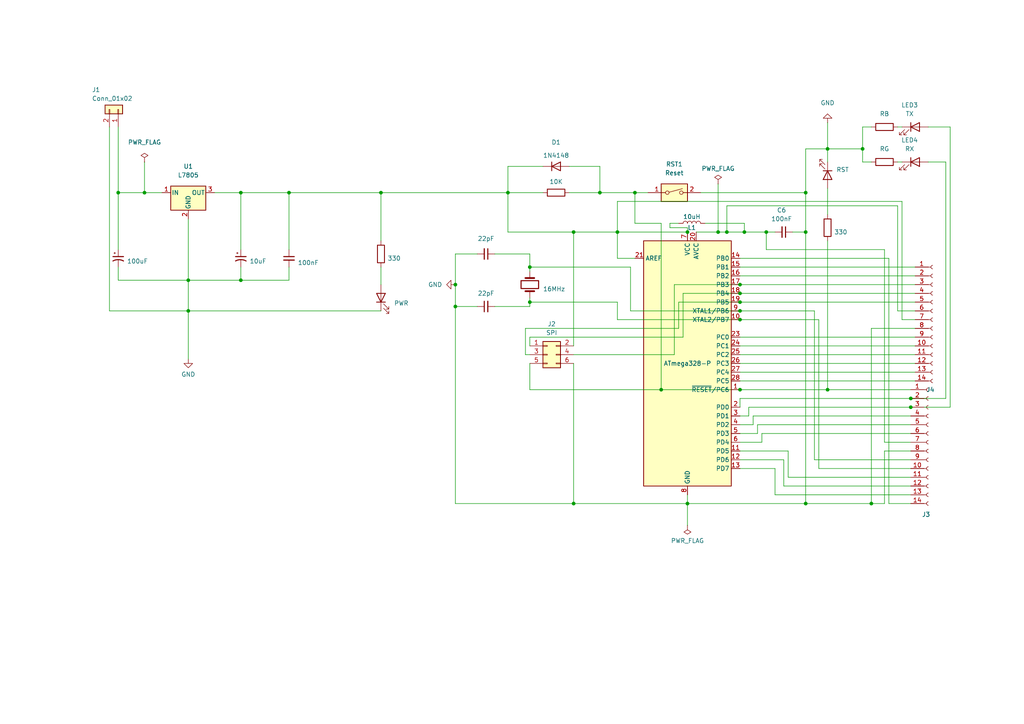
<source format=kicad_sch>
(kicad_sch (version 20231120) (generator "eeschema") (generator_version "8.0")
  (paper "A4")
  (title_block (title "Unicorn") (date "2023-08-03") (rev "B") (comment 1 "Author: Simone Girardi"))
  (lib_symbols
    (symbol "Connector:Conn_01x14_Socket" (pin_names (offset 1.016) hide)
      (property "Reference" "J" (at 0 17.78 0))
      (property "Value" "Conn_01x14_Socket" (at 0 -20.32 0))
      (symbol "Conn_01x14_Socket_1_1"
        (arc (start 0 -17.272) (mid -0.5058 -17.78) (end 0 -18.288) (stroke (width 0.1524)))
        (arc (start 0 -14.732) (mid -0.5058 -15.24) (end 0 -15.748) (stroke (width 0.1524)))
        (arc (start 0 -12.192) (mid -0.5058 -12.7) (end 0 -13.208) (stroke (width 0.1524)))
        (arc (start 0 -9.652) (mid -0.5058 -10.16) (end 0 -10.668) (stroke (width 0.1524)))
        (arc (start 0 -7.112) (mid -0.5058 -7.62) (end 0 -8.128) (stroke (width 0.1524)))
        (arc (start 0 -4.572) (mid -0.5058 -5.08) (end 0 -5.588) (stroke (width 0.1524)))
        (arc (start 0 -2.032) (mid -0.5058 -2.54) (end 0 -3.048) (stroke (width 0.1524)))
        (polyline (pts (xy -1.27 -17.78) (xy -0.508 -17.78)) (stroke (width 0.1524)))
        (polyline (pts (xy -1.27 -15.24) (xy -0.508 -15.24)) (stroke (width 0.1524)))
        (polyline (pts (xy -1.27 -12.7) (xy -0.508 -12.7)) (stroke (width 0.1524)))
        (polyline (pts (xy -1.27 -10.16) (xy -0.508 -10.16)) (stroke (width 0.1524)))
        (polyline (pts (xy -1.27 -7.62) (xy -0.508 -7.62)) (stroke (width 0.1524)))
        (polyline (pts (xy -1.27 -5.08) (xy -0.508 -5.08)) (stroke (width 0.1524)))
        (polyline (pts (xy -1.27 -2.54) (xy -0.508 -2.54)) (stroke (width 0.1524)))
        (polyline (pts (xy -1.27 0) (xy -0.508 0)) (stroke (width 0.1524)))
        (polyline (pts (xy -1.27 2.54) (xy -0.508 2.54)) (stroke (width 0.1524)))
        (polyline (pts (xy -1.27 5.08) (xy -0.508 5.08)) (stroke (width 0.1524)))
        (polyline (pts (xy -1.27 7.62) (xy -0.508 7.62)) (stroke (width 0.1524)))
        (polyline (pts (xy -1.27 10.16) (xy -0.508 10.16)) (stroke (width 0.1524)))
        (polyline (pts (xy -1.27 12.7) (xy -0.508 12.7)) (stroke (width 0.1524)))
        (polyline (pts (xy -1.27 15.24) (xy -0.508 15.24)) (stroke (width 0.1524)))
        (arc (start 0 0.508) (mid -0.5058 0) (end 0 -0.508) (stroke (width 0.1524)))
        (arc (start 0 3.048) (mid -0.5058 2.54) (end 0 2.032) (stroke (width 0.1524)))
        (arc (start 0 5.588) (mid -0.5058 5.08) (end 0 4.572) (stroke (width 0.1524)))
        (arc (start 0 8.128) (mid -0.5058 7.62) (end 0 7.112) (stroke (width 0.1524)))
        (arc (start 0 10.668) (mid -0.5058 10.16) (end 0 9.652) (stroke (width 0.1524)))
        (arc (start 0 13.208) (mid -0.5058 12.7) (end 0 12.192) (stroke (width 0.1524)))
        (arc (start 0 15.748) (mid -0.5058 15.24) (end 0 14.732) (stroke (width 0.1524)))
        (pin passive line (at -5.08 15.24 0) (length 3.81) (name "Pin_1") (number "1"))
        (pin passive line (at -5.08 -7.62 0) (length 3.81) (name "Pin_10") (number "10"))
        (pin passive line (at -5.08 -10.16 0) (length 3.81) (name "Pin_11") (number "11"))
        (pin passive line (at -5.08 -12.7 0) (length 3.81) (name "Pin_12") (number "12"))
        (pin passive line (at -5.08 -15.24 0) (length 3.81) (name "Pin_13") (number "13"))
        (pin passive line (at -5.08 -17.78 0) (length 3.81) (name "Pin_14") (number "14"))
        (pin passive line (at -5.08 12.7 0) (length 3.81) (name "Pin_2") (number "2"))
        (pin passive line (at -5.08 10.16 0) (length 3.81) (name "Pin_3") (number "3"))
        (pin passive line (at -5.08 7.62 0) (length 3.81) (name "Pin_4") (number "4"))
        (pin passive line (at -5.08 5.08 0) (length 3.81) (name "Pin_5") (number "5"))
        (pin passive line (at -5.08 2.54 0) (length 3.81) (name "Pin_6") (number "6"))
        (pin passive line (at -5.08 0 0) (length 3.81) (name "Pin_7") (number "7"))
        (pin passive line (at -5.08 -2.54 0) (length 3.81) (name "Pin_8") (number "8"))
        (pin passive line (at -5.08 -5.08 0) (length 3.81) (name "Pin_9") (number "9"))
      )
    )
    (symbol "Connector_Generic:Conn_01x02" (pin_names (offset 1.016) hide)
      (property "Reference" "J" (at 0 2.54 0))
      (property "Value" "Conn_01x02" (at 0 -5.08 0))
      (symbol "Conn_01x02_1_1"
        (rectangle (start -1.27 -2.413) (end 0 -2.667) (stroke (width 0.1524)))
        (rectangle (start -1.27 0.127) (end 0 -0.127) (stroke (width 0.1524)))
        (rectangle (start -1.27 1.27) (end 1.27 -3.81) (stroke (width 0.254)) (fill (type background)))
        (pin passive line (at -5.08 0 0) (length 3.81) (name "Pin_1") (number "1"))
        (pin passive line (at -5.08 -2.54 0) (length 3.81) (name "Pin_2") (number "2"))
      )
    )
    (symbol "Connector_Generic:Conn_02x03_Odd_Even" (pin_names (offset 1.016) hide)
      (property "Reference" "J" (at 1.27 5.08 0))
      (property "Value" "Conn_02x03_Odd_Even" (at 1.27 -5.08 0))
      (symbol "Conn_02x03_Odd_Even_1_1"
        (rectangle (start -1.27 -2.413) (end 0 -2.667) (stroke (width 0.1524)))
        (rectangle (start -1.27 0.127) (end 0 -0.127) (stroke (width 0.1524)))
        (rectangle (start -1.27 2.667) (end 0 2.413) (stroke (width 0.1524)))
        (rectangle (start -1.27 3.81) (end 3.81 -3.81) (stroke (width 0.254)) (fill (type background)))
        (rectangle (start 3.81 -2.413) (end 2.54 -2.667) (stroke (width 0.1524)))
        (rectangle (start 3.81 0.127) (end 2.54 -0.127) (stroke (width 0.1524)))
        (rectangle (start 3.81 2.667) (end 2.54 2.413) (stroke (width 0.1524)))
        (pin passive line (at -5.08 2.54 0) (length 3.81) (name "Pin_1") (number "1"))
        (pin passive line (at 7.62 2.54 180) (length 3.81) (name "Pin_2") (number "2"))
        (pin passive line (at -5.08 0 0) (length 3.81) (name "Pin_3") (number "3"))
        (pin passive line (at 7.62 0 180) (length 3.81) (name "Pin_4") (number "4"))
        (pin passive line (at -5.08 -2.54 0) (length 3.81) (name "Pin_5") (number "5"))
        (pin passive line (at 7.62 -2.54 180) (length 3.81) (name "Pin_6") (number "6"))
      )
    )
    (symbol "Device:C_Polarized_Small_US" (pin_numbers hide) (pin_names (offset 0.254) hide)
      (property "Reference" "C" (at 0.254 1.778 0))
      (property "Value" "C_Polarized_Small_US" (at 0.254 -2.032 0))
      (symbol "C_Polarized_Small_US_0_1"
        (polyline (pts (xy -1.524 0.508) (xy 1.524 0.508)) (stroke (width 0.3048)))
        (polyline (pts (xy -1.27 1.524) (xy -0.762 1.524)))
        (polyline (pts (xy -1.016 1.27) (xy -1.016 1.778)))
        (arc (start 1.524 -0.762) (mid 0 -0.3734) (end -1.524 -0.762) (stroke (width 0.3048)))
      )
      (symbol "C_Polarized_Small_US_1_1"
        (pin passive line (at 0 2.54 270) (length 2.032) (name "~") (number "1"))
        (pin passive line (at 0 -2.54 90) (length 2.032) (name "~") (number "2"))
      )
    )
    (symbol "Device:C_Small" (pin_numbers hide) (pin_names (offset 0.254) hide)
      (property "Reference" "C" (at 0.254 1.778 0))
      (property "Value" "C_Small" (at 0.254 -2.032 0))
      (symbol "C_Small_0_1"
        (polyline (pts (xy -1.524 -0.508) (xy 1.524 -0.508)) (stroke (width 0.3302)))
        (polyline (pts (xy -1.524 0.508) (xy 1.524 0.508)) (stroke (width 0.3048)))
      )
      (symbol "C_Small_1_1"
        (pin passive line (at 0 2.54 270) (length 2.032) (name "~") (number "1"))
        (pin passive line (at 0 -2.54 90) (length 2.032) (name "~") (number "2"))
      )
    )
    (symbol "Device:Crystal" (pin_numbers hide) (pin_names (offset 1.016) hide)
      (property "Reference" "Y" (at 0 3.81 0))
      (property "Value" "Crystal" (at 0 -3.81 0))
      (symbol "Crystal_0_1"
        (rectangle (start -1.143 2.54) (end 1.143 -2.54) (stroke (width 0.3048)))
        (polyline (pts (xy -2.54 0) (xy -1.905 0)))
        (polyline (pts (xy -1.905 -1.27) (xy -1.905 1.27)) (stroke (width 0.508)))
        (polyline (pts (xy 1.905 -1.27) (xy 1.905 1.27)) (stroke (width 0.508)))
        (polyline (pts (xy 2.54 0) (xy 1.905 0)))
      )
      (symbol "Crystal_1_1"
        (pin passive line (at -3.81 0 0) (length 1.27) (name "1") (number "1"))
        (pin passive line (at 3.81 0 180) (length 1.27) (name "2") (number "2"))
      )
    )
    (symbol "Device:L" (pin_numbers hide) (pin_names (offset 1.016) hide)
      (property "Reference" "L" (at -1.27 0 90))
      (property "Value" "L" (at 1.905 0 90))
      (symbol "L_0_1"
        (arc (start 0 -2.54) (mid 0.6323 -1.905) (end 0 -1.27))
        (arc (start 0 -1.27) (mid 0.6323 -0.635) (end 0 0))
        (arc (start 0 0) (mid 0.6323 0.635) (end 0 1.27))
        (arc (start 0 1.27) (mid 0.6323 1.905) (end 0 2.54))
      )
      (symbol "L_1_1"
        (pin passive line (at 0 3.81 270) (length 1.27) (name "1") (number "1"))
        (pin passive line (at 0 -3.81 90) (length 1.27) (name "2") (number "2"))
      )
    )
    (symbol "Device:LED" (pin_numbers hide) (pin_names (offset 1.016) hide)
      (property "Reference" "D" (at 0 2.54 0))
      (property "Value" "LED" (at 0 -2.54 0))
      (symbol "LED_0_1"
        (polyline (pts (xy -1.27 -1.27) (xy -1.27 1.27)) (stroke (width 0.254)))
        (polyline (pts (xy -1.27 0) (xy 1.27 0)))
        (polyline (pts (xy 1.27 -1.27) (xy 1.27 1.27) (xy -1.27 0) (xy 1.27 -1.27)) (stroke (width 0.254)))
        (polyline (pts (xy -3.048 -0.762) (xy -4.572 -2.286) (xy -3.81 -2.286) (xy -4.572 -2.286) (xy -4.572 -1.524)))
        (polyline (pts (xy -1.778 -0.762) (xy -3.302 -2.286) (xy -2.54 -2.286) (xy -3.302 -2.286) (xy -3.302 -1.524)))
      )
      (symbol "LED_1_1"
        (pin passive line (at -3.81 0 0) (length 2.54) (name "K") (number "1"))
        (pin passive line (at 3.81 0 180) (length 2.54) (name "A") (number "2"))
      )
    )
    (symbol "Device:R" (pin_numbers hide) (pin_names (offset 0))
      (property "Reference" "R" (at 2.032 0 90))
      (property "Value" "R" (at 0 0 90))
      (symbol "R_0_1"
        (rectangle (start -1.016 -2.54) (end 1.016 2.54) (stroke (width 0.254)))
      )
      (symbol "R_1_1"
        (pin passive line (at 0 3.81 270) (length 1.27) (name "~") (number "1"))
        (pin passive line (at 0 -3.81 90) (length 1.27) (name "~") (number "2"))
      )
    )
    (symbol "Diode:1N4148" (pin_numbers hide) (pin_names hide)
      (property "Reference" "D" (at 0 2.54 0))
      (property "Value" "1N4148" (at 0 -2.54 0))
      (symbol "1N4148_0_1"
        (polyline (pts (xy -1.27 1.27) (xy -1.27 -1.27)) (stroke (width 0.254)))
        (polyline (pts (xy 1.27 0) (xy -1.27 0)))
        (polyline (pts (xy 1.27 1.27) (xy 1.27 -1.27) (xy -1.27 0) (xy 1.27 1.27)) (stroke (width 0.254)))
      )
      (symbol "1N4148_1_1"
        (pin passive line (at -3.81 0 0) (length 2.54) (name "K") (number "1"))
        (pin passive line (at 3.81 0 180) (length 2.54) (name "A") (number "2"))
      )
    )
    (symbol "MCU_Microchip_ATmega:ATmega328-P"
      (property "Reference" "U" (at -12.7 36.83 0))
      (property "Value" "ATmega328-P" (at 2.54 -36.83 0))
      (symbol "ATmega328-P_0_1"
        (rectangle (start -12.7 -35.56) (end 12.7 35.56) (stroke (width 0.254)) (fill (type background)))
      )
      (symbol "ATmega328-P_1_1"
        (pin bidirectional line (at 15.24 -7.62 180) (length 2.54) (name "~{RESET}/PC6") (number "1"))
        (pin bidirectional line (at 15.24 12.7 180) (length 2.54) (name "XTAL2/PB7") (number "10"))
        (pin bidirectional line (at 15.24 -25.4 180) (length 2.54) (name "PD5") (number "11"))
        (pin bidirectional line (at 15.24 -27.94 180) (length 2.54) (name "PD6") (number "12"))
        (pin bidirectional line (at 15.24 -30.48 180) (length 2.54) (name "PD7") (number "13"))
        (pin bidirectional line (at 15.24 30.48 180) (length 2.54) (name "PB0") (number "14"))
        (pin bidirectional line (at 15.24 27.94 180) (length 2.54) (name "PB1") (number "15"))
        (pin bidirectional line (at 15.24 25.4 180) (length 2.54) (name "PB2") (number "16"))
        (pin bidirectional line (at 15.24 22.86 180) (length 2.54) (name "PB3") (number "17"))
        (pin bidirectional line (at 15.24 20.32 180) (length 2.54) (name "PB4") (number "18"))
        (pin bidirectional line (at 15.24 17.78 180) (length 2.54) (name "PB5") (number "19"))
        (pin bidirectional line (at 15.24 -12.7 180) (length 2.54) (name "PD0") (number "2"))
        (pin power_in line (at 2.54 38.1 270) (length 2.54) (name "AVCC") (number "20"))
        (pin passive line (at -15.24 30.48 0) (length 2.54) (name "AREF") (number "21"))
        (pin passive line (at 0 -38.1 90) (length 2.54) hide (name "GND") (number "22"))
        (pin bidirectional line (at 15.24 7.62 180) (length 2.54) (name "PC0") (number "23"))
        (pin bidirectional line (at 15.24 5.08 180) (length 2.54) (name "PC1") (number "24"))
        (pin bidirectional line (at 15.24 2.54 180) (length 2.54) (name "PC2") (number "25"))
        (pin bidirectional line (at 15.24 0 180) (length 2.54) (name "PC3") (number "26"))
        (pin bidirectional line (at 15.24 -2.54 180) (length 2.54) (name "PC4") (number "27"))
        (pin bidirectional line (at 15.24 -5.08 180) (length 2.54) (name "PC5") (number "28"))
        (pin bidirectional line (at 15.24 -15.24 180) (length 2.54) (name "PD1") (number "3"))
        (pin bidirectional line (at 15.24 -17.78 180) (length 2.54) (name "PD2") (number "4"))
        (pin bidirectional line (at 15.24 -20.32 180) (length 2.54) (name "PD3") (number "5"))
        (pin bidirectional line (at 15.24 -22.86 180) (length 2.54) (name "PD4") (number "6"))
        (pin power_in line (at 0 38.1 270) (length 2.54) (name "VCC") (number "7"))
        (pin power_in line (at 0 -38.1 90) (length 2.54) (name "GND") (number "8"))
        (pin bidirectional line (at 15.24 15.24 180) (length 2.54) (name "XTAL1/PB6") (number "9"))
      )
    )
    (symbol "Regulator_Linear:L7805" (pin_names (offset 0.254))
      (property "Reference" "U" (at -3.81 3.175 0))
      (property "Value" "L7805" (at 0 3.175 0))
      (symbol "L7805_0_1"
        (rectangle (start -5.08 1.905) (end 5.08 -5.08) (stroke (width 0.254)) (fill (type background)))
      )
      (symbol "L7805_1_1"
        (pin power_in line (at -7.62 0 0) (length 2.54) (name "IN") (number "1"))
        (pin power_in line (at 0 -7.62 90) (length 2.54) (name "GND") (number "2"))
        (pin power_out line (at 7.62 0 180) (length 2.54) (name "OUT") (number "3"))
      )
    )
    (symbol "Switch:SW_DIP_x01" (pin_names (offset 0) hide)
      (property "Reference" "SW" (at 0 3.81 0))
      (property "Value" "SW_DIP_x01" (at 0 -3.81 0))
      (symbol "SW_DIP_x01_0_0"
        (circle (center -2.032 0) (radius 0.508))
        (polyline (pts (xy -1.524 0.127) (xy 2.3622 1.1684)))
        (circle (center 2.032 0) (radius 0.508))
      )
      (symbol "SW_DIP_x01_0_1"
        (rectangle (start -3.81 2.54) (end 3.81 -2.54) (stroke (width 0.254)) (fill (type background)))
      )
      (symbol "SW_DIP_x01_1_1"
        (pin passive line (at -7.62 0 0) (length 5.08) (name "~") (number "1"))
        (pin passive line (at 7.62 0 180) (length 5.08) (name "~") (number "2"))
      )
    )
    (symbol "power:GND" (power) (pin_numbers hide) (pin_names (offset 0) hide)
      (property "Value" "GND" (at 0 -3.81 0))
      (symbol "GND_0_1"
        (polyline (pts (xy 0 0) (xy 0 -1.27) (xy 1.27 -1.27) (xy 0 -2.54) (xy -1.27 -1.27) (xy 0 -1.27)))
      )
      (symbol "GND_1_1"
        (pin power_in line (at 0 0 270) (length 0) (name "~") (number "1"))
      )
    )
    (symbol "power:PWR_FLAG" (power) (pin_numbers hide) (pin_names (offset 0) hide)
      (property "Value" "PWR_FLAG" (at 0 3.81 0))
      (symbol "PWR_FLAG_0_0"
        (pin power_out line (at 0 0 90) (length 0) (name "~") (number "1"))
      )
      (symbol "PWR_FLAG_0_1"
        (polyline (pts (xy 0 0) (xy 0 1.27) (xy -1.016 1.905) (xy 0 2.54) (xy 1.016 1.905) (xy 0 1.27)))
      )
    )
  )
  (junction (at 179.07 67.31))
  (junction (at 264.16 118.11))
  (junction (at 222.25 67.31))
  (junction (at 250.19 43.18))
  (junction (at 233.68 146.05))
  (junction (at 69.85 55.88))
  (junction (at 153.67 77.47))
  (junction (at 214.63 90.17))
  (junction (at 264.16 115.57))
  (junction (at 83.82 55.88))
  (junction (at 132.08 82.55))
  (junction (at 214.63 82.55))
  (junction (at 54.61 90.17))
  (junction (at 69.85 81.28))
  (junction (at 240.03 43.18))
  (junction (at 240.03 113.03))
  (junction (at 199.39 146.05))
  (junction (at 215.9 67.31))
  (junction (at 110.49 55.88))
  (junction (at 147.32 55.88))
  (junction (at 233.68 55.88))
  (junction (at 166.37 146.05))
  (junction (at 214.63 85.09))
  (junction (at 252.73 146.05))
  (junction (at 54.61 81.28))
  (junction (at 153.67 87.63))
  (junction (at 132.08 88.9))
  (junction (at 214.63 92.71))
  (junction (at 214.63 113.03))
  (junction (at 184.15 55.88))
  (junction (at 199.39 67.31))
  (junction (at 166.37 67.31))
  (junction (at 208.28 67.31))
  (junction (at 173.99 55.88))
  (junction (at 233.68 67.31))
  (junction (at 41.91 55.88))
  (junction (at 214.63 87.63))
  (junction (at 34.29 55.88))
  (junction (at 210.82 67.31))
  (junction (at 191.77 113.03))
  (wire (pts (xy 195.58 102.87) (xy 195.58 82.55)))
  (wire (pts (xy 228.6 138.43) (xy 228.6 130.81)))
  (wire (pts (xy 153.67 86.36) (xy 153.67 87.63)))
  (wire (pts (xy 54.61 81.28) (xy 54.61 63.5)))
  (wire (pts (xy 237.49 135.89) (xy 237.49 92.71)))
  (wire (pts (xy 69.85 81.28) (xy 54.61 81.28)))
  (wire (pts (xy 264.16 140.97) (xy 227.33 140.97)))
  (wire (pts (xy 214.63 110.49) (xy 265.43 110.49)))
  (wire (pts (xy 182.88 77.47) (xy 182.88 90.17)))
  (wire (pts (xy 214.63 87.63) (xy 265.43 87.63)))
  (wire (pts (xy 208.28 67.31) (xy 210.82 67.31)))
  (wire (pts (xy 153.67 88.9) (xy 143.51 88.9)))
  (wire (pts (xy 204.47 64.77) (xy 215.9 64.77)))
  (wire (pts (xy 184.15 55.88) (xy 187.96 55.88)))
  (wire (pts (xy 165.1 55.88) (xy 173.99 55.88)))
  (wire (pts (xy 166.37 102.87) (xy 195.58 102.87)))
  (wire (pts (xy 240.03 43.18) (xy 240.03 46.99)))
  (wire (pts (xy 264.16 143.51) (xy 224.79 143.51)))
  (wire (pts (xy 153.67 100.33) (xy 153.67 97.79)))
  (wire (pts (xy 196.85 87.63) (xy 214.63 87.63)))
  (wire (pts (xy 260.35 46.99) (xy 261.62 46.99)))
  (wire (pts (xy 214.63 105.41) (xy 265.43 105.41)))
  (wire (pts (xy 220.98 125.73) (xy 264.16 125.73)))
  (wire (pts (xy 34.29 55.88) (xy 41.91 55.88)))
  (wire (pts (xy 260.35 59.69) (xy 210.82 59.69)))
  (wire (pts (xy 215.9 67.31) (xy 222.25 67.31)))
  (wire (pts (xy 228.6 130.81) (xy 214.63 130.81)))
  (wire (pts (xy 166.37 146.05) (xy 132.08 146.05)))
  (wire (pts (xy 194.31 64.77) (xy 196.85 64.77)))
  (wire (pts (xy 83.82 81.28) (xy 69.85 81.28)))
  (wire (pts (xy 214.63 102.87) (xy 265.43 102.87)))
  (wire (pts (xy 252.73 95.25) (xy 252.73 146.05)))
  (wire (pts (xy 217.17 120.65) (xy 217.17 118.11)))
  (wire (pts (xy 199.39 146.05) (xy 199.39 152.4)))
  (wire (pts (xy 199.39 66.04) (xy 199.39 67.31)))
  (wire (pts (xy 31.75 90.17) (xy 54.61 90.17)))
  (wire (pts (xy 264.16 133.35) (xy 236.22 133.35)))
  (wire (pts (xy 83.82 55.88) (xy 83.82 72.39)))
  (wire (pts (xy 165.1 48.26) (xy 173.99 48.26)))
  (wire (pts (xy 220.98 128.27) (xy 214.63 128.27)))
  (wire (pts (xy 274.32 46.99) (xy 269.24 46.99)))
  (wire (pts (xy 153.67 87.63) (xy 153.67 88.9)))
  (wire (pts (xy 224.79 143.51) (xy 224.79 135.89)))
  (wire (pts (xy 184.15 64.77) (xy 191.77 64.77)))
  (wire (pts (xy 240.03 69.85) (xy 240.03 113.03)))
  (wire (pts (xy 147.32 48.26) (xy 147.32 55.88)))
  (wire (pts (xy 214.63 123.19) (xy 218.44 123.19)))
  (wire (pts (xy 233.68 43.18) (xy 233.68 55.88)))
  (wire (pts (xy 219.71 125.73) (xy 214.63 125.73)))
  (wire (pts (xy 191.77 64.77) (xy 191.77 113.03)))
  (wire (pts (xy 54.61 90.17) (xy 54.61 104.14)))
  (wire (pts (xy 194.31 64.77) (xy 194.31 66.04)))
  (wire (pts (xy 264.16 138.43) (xy 228.6 138.43)))
  (wire (pts (xy 252.73 146.05) (xy 233.68 146.05)))
  (wire (pts (xy 240.03 35.56) (xy 240.03 43.18)))
  (wire (pts (xy 62.23 55.88) (xy 69.85 55.88)))
  (wire (pts (xy 143.51 73.66) (xy 153.67 73.66)))
  (wire (pts (xy 214.63 115.57) (xy 264.16 115.57)))
  (wire (pts (xy 153.67 97.79) (xy 198.12 97.79)))
  (wire (pts (xy 173.99 48.26) (xy 173.99 55.88)))
  (wire (pts (xy 196.85 95.25) (xy 196.85 87.63)))
  (wire (pts (xy 199.39 146.05) (xy 199.39 143.51)))
  (wire (pts (xy 132.08 88.9) (xy 132.08 82.55)))
  (wire (pts (xy 227.33 133.35) (xy 214.63 133.35)))
  (wire (pts (xy 54.61 90.17) (xy 110.49 90.17)))
  (wire (pts (xy 261.62 92.71) (xy 261.62 58.42)))
  (wire (pts (xy 214.63 118.11) (xy 214.63 115.57)))
  (wire (pts (xy 222.25 67.31) (xy 222.25 72.39)))
  (wire (pts (xy 157.48 48.26) (xy 147.32 48.26)))
  (wire (pts (xy 147.32 55.88) (xy 147.32 67.31)))
  (wire (pts (xy 31.75 36.83) (xy 31.75 90.17)))
  (wire (pts (xy 250.19 46.99) (xy 250.19 43.18)))
  (wire (pts (xy 217.17 118.11) (xy 264.16 118.11)))
  (wire (pts (xy 214.63 77.47) (xy 265.43 77.47)))
  (wire (pts (xy 69.85 55.88) (xy 83.82 55.88)))
  (wire (pts (xy 250.19 36.83) (xy 250.19 43.18)))
  (wire (pts (xy 153.67 73.66) (xy 153.67 77.47)))
  (wire (pts (xy 34.29 36.83) (xy 34.29 55.88)))
  (wire (pts (xy 110.49 77.47) (xy 110.49 82.55)))
  (wire (pts (xy 222.25 67.31) (xy 224.79 67.31)))
  (wire (pts (xy 214.63 85.09) (xy 265.43 85.09)))
  (wire (pts (xy 184.15 64.77) (xy 184.15 55.88)))
  (wire (pts (xy 214.63 82.55) (xy 265.43 82.55)))
  (wire (pts (xy 274.32 115.57) (xy 274.32 46.99)))
  (wire (pts (xy 257.81 146.05) (xy 257.81 74.93)))
  (wire (pts (xy 179.07 92.71) (xy 214.63 92.71)))
  (wire (pts (xy 214.63 107.95) (xy 265.43 107.95)))
  (wire (pts (xy 34.29 72.39) (xy 34.29 55.88)))
  (wire (pts (xy 240.03 54.61) (xy 240.03 62.23)))
  (wire (pts (xy 153.67 105.41) (xy 153.67 113.03)))
  (wire (pts (xy 218.44 123.19) (xy 218.44 120.65)))
  (wire (pts (xy 214.63 120.65) (xy 217.17 120.65)))
  (wire (pts (xy 195.58 82.55) (xy 214.63 82.55)))
  (wire (pts (xy 34.29 81.28) (xy 54.61 81.28)))
  (wire (pts (xy 229.87 67.31) (xy 233.68 67.31)))
  (wire (pts (xy 214.63 100.33) (xy 265.43 100.33)))
  (wire (pts (xy 153.67 87.63) (xy 179.07 87.63)))
  (wire (pts (xy 260.35 59.69) (xy 260.35 90.17)))
  (wire (pts (xy 275.59 36.83) (xy 269.24 36.83)))
  (wire (pts (xy 199.39 146.05) (xy 166.37 146.05)))
  (wire (pts (xy 34.29 77.47) (xy 34.29 81.28)))
  (wire (pts (xy 218.44 120.65) (xy 264.16 120.65)))
  (wire (pts (xy 265.43 90.17) (xy 260.35 90.17)))
  (wire (pts (xy 264.16 123.19) (xy 219.71 123.19)))
  (wire (pts (xy 237.49 92.71) (xy 214.63 92.71)))
  (wire (pts (xy 173.99 55.88) (xy 184.15 55.88)))
  (wire (pts (xy 147.32 55.88) (xy 157.48 55.88)))
  (wire (pts (xy 256.54 130.81) (xy 256.54 146.05)))
  (wire (pts (xy 214.63 74.93) (xy 257.81 74.93)))
  (wire (pts (xy 132.08 73.66) (xy 138.43 73.66)))
  (wire (pts (xy 132.08 146.05) (xy 132.08 88.9)))
  (wire (pts (xy 240.03 113.03) (xy 264.16 113.03)))
  (wire (pts (xy 264.16 146.05) (xy 257.81 146.05)))
  (wire (pts (xy 208.28 53.34) (xy 208.28 67.31)))
  (wire (pts (xy 179.07 67.31) (xy 199.39 67.31)))
  (wire (pts (xy 256.54 72.39) (xy 222.25 72.39)))
  (wire (pts (xy 233.68 146.05) (xy 199.39 146.05)))
  (wire (pts (xy 179.07 67.31) (xy 179.07 74.93)))
  (wire (pts (xy 191.77 113.03) (xy 214.63 113.03)))
  (wire (pts (xy 233.68 67.31) (xy 233.68 146.05)))
  (wire (pts (xy 220.98 125.73) (xy 220.98 128.27)))
  (wire (pts (xy 250.19 36.83) (xy 252.73 36.83)))
  (wire (pts (xy 166.37 105.41) (xy 166.37 146.05)))
  (wire (pts (xy 264.16 118.11) (xy 275.59 118.11)))
  (wire (pts (xy 152.4 95.25) (xy 196.85 95.25)))
  (wire (pts (xy 54.61 81.28) (xy 54.61 90.17)))
  (wire (pts (xy 233.68 43.18) (xy 240.03 43.18)))
  (wire (pts (xy 256.54 146.05) (xy 252.73 146.05)))
  (wire (pts (xy 166.37 67.31) (xy 179.07 67.31)))
  (wire (pts (xy 203.2 55.88) (xy 233.68 55.88)))
  (wire (pts (xy 256.54 128.27) (xy 256.54 72.39)))
  (wire (pts (xy 201.93 67.31) (xy 208.28 67.31)))
  (wire (pts (xy 132.08 82.55) (xy 132.08 73.66)))
  (wire (pts (xy 41.91 55.88) (xy 46.99 55.88)))
  (wire (pts (xy 214.63 80.01) (xy 265.43 80.01)))
  (wire (pts (xy 69.85 55.88) (xy 69.85 72.39)))
  (wire (pts (xy 227.33 140.97) (xy 227.33 133.35)))
  (wire (pts (xy 179.07 74.93) (xy 184.15 74.93)))
  (wire (pts (xy 265.43 95.25) (xy 252.73 95.25)))
  (wire (pts (xy 261.62 58.42) (xy 179.07 58.42)))
  (wire (pts (xy 210.82 59.69) (xy 210.82 67.31)))
  (wire (pts (xy 214.63 97.79) (xy 265.43 97.79)))
  (wire (pts (xy 233.68 55.88) (xy 233.68 67.31)))
  (wire (pts (xy 264.16 128.27) (xy 256.54 128.27)))
  (wire (pts (xy 166.37 67.31) (xy 166.37 100.33)))
  (wire (pts (xy 265.43 92.71) (xy 261.62 92.71)))
  (wire (pts (xy 210.82 67.31) (xy 215.9 67.31)))
  (wire (pts (xy 83.82 77.47) (xy 83.82 81.28)))
  (wire (pts (xy 214.63 90.17) (xy 236.22 90.17)))
  (wire (pts (xy 219.71 123.19) (xy 219.71 125.73)))
  (wire (pts (xy 250.19 43.18) (xy 240.03 43.18)))
  (wire (pts (xy 152.4 102.87) (xy 152.4 95.25)))
  (wire (pts (xy 215.9 64.77) (xy 215.9 67.31)))
  (wire (pts (xy 41.91 46.99) (xy 41.91 55.88)))
  (wire (pts (xy 264.16 135.89) (xy 237.49 135.89)))
  (wire (pts (xy 194.31 66.04) (xy 199.39 66.04)))
  (wire (pts (xy 147.32 67.31) (xy 166.37 67.31)))
  (wire (pts (xy 138.43 88.9) (xy 132.08 88.9)))
  (wire (pts (xy 264.16 115.57) (xy 274.32 115.57)))
  (wire (pts (xy 153.67 113.03) (xy 191.77 113.03)))
  (wire (pts (xy 264.16 130.81) (xy 256.54 130.81)))
  (wire (pts (xy 179.07 87.63) (xy 179.07 92.71)))
  (wire (pts (xy 182.88 90.17) (xy 214.63 90.17)))
  (wire (pts (xy 110.49 55.88) (xy 110.49 69.85)))
  (wire (pts (xy 224.79 135.89) (xy 214.63 135.89)))
  (wire (pts (xy 214.63 113.03) (xy 240.03 113.03)))
  (wire (pts (xy 110.49 55.88) (xy 147.32 55.88)))
  (wire (pts (xy 250.19 46.99) (xy 252.73 46.99)))
  (wire (pts (xy 69.85 77.47) (xy 69.85 81.28)))
  (wire (pts (xy 179.07 58.42) (xy 179.07 67.31)))
  (wire (pts (xy 153.67 77.47) (xy 153.67 78.74)))
  (wire (pts (xy 153.67 77.47) (xy 182.88 77.47)))
  (wire (pts (xy 236.22 133.35) (xy 236.22 90.17)))
  (wire (pts (xy 198.12 85.09) (xy 214.63 85.09)))
  (wire (pts (xy 153.67 102.87) (xy 152.4 102.87)))
  (wire (pts (xy 275.59 118.11) (xy 275.59 36.83)))
  (wire (pts (xy 83.82 55.88) (xy 110.49 55.88)))
  (wire (pts (xy 198.12 97.79) (xy 198.12 85.09)))
  (wire (pts (xy 260.35 36.83) (xy 261.62 36.83)))
  (symbol (lib_id "Device:C_Polarized_Small_US") (at 69.85 74.93 0) (unit 1)
    (property "Reference" "C2" (effects (hide yes)))
    (property "Value" "10uF" (at 72.39 75.7681 0) (effects (justify left)))
    (property "Footprint" "Capacitor_THT:CP_Radial_D5.0mm_P2.00mm" (effects (hide yes)))
    (property "Description" "Polarized capacitor, small US symbol" (effects (hide yes)))
  )
  (symbol (lib_id "power:GND") (at 132.08 82.55 270) (unit 1)
    (property "Reference" "#PWR02" (effects (hide yes)))
    (property "Value" "GND" (at 128.27 82.5499 90) (effects (justify right)))
    (property "Description" "Power symbol creates a global label with name \"GND\" , ground" (effects (hide yes)))
  )
  (symbol (lib_id "Device:R") (at 240.03 66.04 0) (unit 1)
    (property "Reference" "R3" (effects (hide yes)))
    (property "Value" "330" (at 241.935 67.3099 0) (effects (justify left)))
    (property "Footprint" "Resistor_THT:R_Axial_DIN0204_L3.6mm_D1.6mm_P5.08mm_Horizontal" (effects (hide yes)))
    (property "Description" "Resistor" (effects (hide yes)))
  )
  (symbol (lib_id "Device:R") (at 161.29 55.88 90) (unit 1)
    (property "Reference" "R2" (effects (hide yes)))
    (property "Value" "10K" (at 161.29 52.705 90))
    (property "Footprint" "Resistor_THT:R_Axial_DIN0207_L6.3mm_D2.5mm_P10.16mm_Horizontal" (effects (hide yes)))
    (property "Description" "Resistor" (effects (hide yes)))
  )
  (symbol (lib_id "Device:C_Small") (at 140.97 88.9 90) (unit 1)
    (property "Reference" "C5" (effects (hide yes)))
    (property "Value" "22pF" (at 140.9763 85.09 90))
    (property "Footprint" "Capacitor_THT:C_Disc_D3.8mm_W2.6mm_P2.50mm" (effects (hide yes)))
    (property "Description" "Unpolarized capacitor, small symbol" (effects (hide yes)))
  )
  (symbol (lib_id "MCU_Microchip_ATmega:ATmega328-P") (at 199.39 105.41 0) (unit 1)
    (property "Reference" "U2" (effects (hide yes)))
    (property "Value" "ATmega328-P" (at 199.39 105.41 0))
    (property "Footprint" "Package_DIP:DIP-28_W7.62mm" (effects (hide yes)))
    (property "Datasheet" "http://ww1.microchip.com/downloads/en/DeviceDoc/ATmega328_P%20AVR%20MCU%20with%20picoPower%20Technology%20Data%20Sheet%2040001984A.pdf" (effects (hide yes)))
    (property "Description" "20MHz, 32kB Flash, 2kB SRAM, 1kB EEPROM, DIP-28" (effects (hide yes)))
  )
  (symbol (lib_id "Device:C_Polarized_Small_US") (at 34.29 74.93 0) (unit 1)
    (property "Reference" "C1" (effects (hide yes)))
    (property "Value" "100uF" (at 36.83 75.7681 0) (effects (justify left)))
    (property "Footprint" "Capacitor_THT:CP_Radial_D5.0mm_P2.00mm" (effects (hide yes)))
    (property "Description" "Polarized capacitor, small US symbol" (effects (hide yes)))
  )
  (symbol (lib_id "power:GND") (at 240.03 35.56 180) (unit 1)
    (property "Reference" "#PWR03" (effects (hide yes)))
    (property "Value" "GND" (at 240.03 29.845 0))
    (property "Description" "Power symbol creates a global label with name \"GND\" , ground" (effects (hide yes)))
  )
  (symbol (lib_id "power:PWR_FLAG") (at 208.28 53.34 0) (unit 1)
    (property "Reference" "#FLG03" (effects (hide yes)))
    (property "Value" "PWR_FLAG" (at 208.28 48.895 0))
    (property "Description" "Special symbol for telling ERC where power comes from" (effects (hide yes)))
  )
  (symbol (lib_id "Connector_Generic:Conn_02x03_Odd_Even") (at 158.75 102.87 0) (unit 1)
    (property "Reference" "J2" (at 160.02 93.98 0))
    (property "Value" "SPI" (at 160.02 96.52 0))
    (property "Footprint" "Connector_PinHeader_2.54mm:PinHeader_2x03_P2.54mm_Vertical" (effects (hide yes)))
    (property "Description" "Generic connector, double row, 02x03, odd/even pin numbering scheme (row 1 odd numbers, row 2 even numbers), script generated (kicad-library-utils/schlib/autogen/connector/)" (effects (hide yes)))
  )
  (symbol (lib_id "Device:LED") (at 265.43 46.99 0) (unit 1)
    (property "Reference" "LED4" (at 263.8425 40.64 0))
    (property "Value" "RX" (at 263.8425 43.18 0))
    (property "Footprint" "LED_SMD:LED_0402_1005Metric" (effects (hide yes)))
    (property "Description" "Light emitting diode" (effects (hide yes)))
  )
  (symbol (lib_id "Device:Crystal") (at 153.67 82.55 270) (unit 1)
    (property "Reference" "Crystal1" (effects (hide yes)))
    (property "Value" "16MHz" (at 157.48 83.8199 90) (effects (justify left)))
    (property "Footprint" "Crystal:Crystal_HC49-4H_Vertical" (effects (hide yes)))
    (property "Description" "Two pin crystal" (effects (hide yes)))
  )
  (symbol (lib_id "Device:R") (at 256.54 36.83 270) (unit 1)
    (property "Reference" "R4" (effects (hide yes)))
    (property "Value" "RB" (at 256.54 33.02 90))
    (property "Footprint" "Resistor_SMD:R_0402_1005Metric" (effects (hide yes)))
    (property "Description" "Resistor" (effects (hide yes)))
  )
  (symbol (lib_id "Device:LED") (at 240.03 50.8 270) (unit 1)
    (property "Reference" "LED2" (effects (hide yes)))
    (property "Value" "RST" (at 242.57 49.2125 90) (effects (justify left)))
    (property "Footprint" "LED_THT:LED_D3.0mm" (effects (hide yes)))
    (property "Description" "Light emitting diode" (effects (hide yes)))
  )
  (symbol (lib_id "Regulator_Linear:L7805") (at 54.61 55.88 0) (unit 1)
    (property "Reference" "U1" (at 54.61 48.26 0))
    (property "Value" "L7805" (at 54.61 50.8 0))
    (property "Footprint" "L7805:TO255P1020X450X2000-3" (effects (hide yes)))
    (property "Datasheet" "http://www.st.com/content/ccc/resource/technical/document/datasheet/41/4f/b3/b0/12/d4/47/88/CD00000444.pdf/files/CD00000444.pdf/jcr:content/translations/en.CD00000444.pdf" (effects (hide yes)))
    (property "Description" "Positive 1.5A 35V Linear Regulator, Fixed Output 5V, TO-220/TO-263/TO-252" (effects (hide yes)))
  )
  (symbol (lib_id "Device:R") (at 256.54 46.99 270) (unit 1)
    (property "Reference" "R5" (effects (hide yes)))
    (property "Value" "RG" (at 256.54 43.18 90))
    (property "Footprint" "Resistor_SMD:R_0402_1005Metric" (effects (hide yes)))
    (property "Description" "Resistor" (effects (hide yes)))
  )
  (symbol (lib_id "Device:R") (at 110.49 73.66 0) (unit 1)
    (property "Reference" "R1" (effects (hide yes)))
    (property "Value" "330" (at 112.395 74.9299 0) (effects (justify left)))
    (property "Footprint" "Resistor_THT:R_Axial_DIN0204_L3.6mm_D1.6mm_P5.08mm_Horizontal" (effects (hide yes)))
    (property "Description" "Resistor" (effects (hide yes)))
  )
  (symbol (lib_id "Connector:Conn_01x14_Socket") (at 269.24 128.27 0) (unit 1)
    (property "Reference" "J3" (at 268.605 149.225 0))
    (property "Value" "Conn_01x14_Female" (effects (hide yes)))
    (property "Footprint" "Connector_PinSocket_2.54mm:PinSocket_1x14_P2.54mm_Vertical" (effects (hide yes)))
    (property "Description" "Generic connector, single row, 01x14, script generated" (effects (hide yes)))
  )
  (symbol (lib_id "power:GND") (at 54.61 104.14 0) (unit 1)
    (property "Reference" "#PWR01" (effects (hide yes)))
    (property "Value" "GND" (at 54.61 108.585 0))
    (property "Description" "Power symbol creates a global label with name \"GND\" , ground" (effects (hide yes)))
  )
  (symbol (lib_id "Diode:1N4148") (at 161.29 48.26 0) (unit 1)
    (property "Reference" "D1" (at 161.29 41.275 0))
    (property "Value" "1N4148" (at 161.29 45.085 0))
    (property "Footprint" "Diode_THT:D_DO-35_SOD27_P7.62mm_Horizontal" (effects (hide yes)))
    (property "Datasheet" "https://assets.nexperia.com/documents/data-sheet/1N4148_1N4448.pdf" (effects (hide yes)))
    (property "Description" "100V 0.15A standard switching diode, DO-35" (effects (hide yes)))
    (property "Sim.Device" "D" (effects (hide yes)))
    (property "Sim.Pins" "1=K 2=A" (effects (hide yes)))
  )
  (symbol (lib_id "Switch:SW_DIP_x01") (at 195.58 55.88 0) (unit 1)
    (property "Reference" "RST1" (at 195.58 47.625 0))
    (property "Value" "Reset" (at 195.58 50.165 0))
    (property "Footprint" "Button_Switch_THT:SW_PUSH_6mm" (effects (hide yes)))
    (property "Description" "1x DIP Switch, Single Pole Single Throw (SPST) switch, small symbol" (effects (hide yes)))
  )
  (symbol (lib_id "Connector_Generic:Conn_01x02") (at 34.29 31.75 270) (mirror x) (unit 1)
    (property "Reference" "J1" (at 26.67 26.035 90) (effects (justify left)))
    (property "Value" "Conn_01x02" (at 26.67 28.575 90) (effects (justify left)))
    (property "Footprint" "JST_S2B-PH-SM4-TB:JST_S2B-PH-SM4-TB" (effects (hide yes)))
    (property "Description" "Generic connector, single row, 01x02, script generated (kicad-library-utils/schlib/autogen/connector/)" (effects (hide yes)))
  )
  (symbol (lib_id "power:PWR_FLAG") (at 41.91 46.99 0) (unit 1)
    (property "Reference" "#FLG01" (effects (hide yes)))
    (property "Value" "PWR_FLAG" (at 41.91 41.275 0))
    (property "Description" "Special symbol for telling ERC where power comes from" (effects (hide yes)))
  )
  (symbol (lib_id "Device:C_Small") (at 83.82 74.93 0) (unit 1)
    (property "Reference" "C3" (effects (hide yes)))
    (property "Value" "100nF" (at 86.36 76.2062 0) (effects (justify left)))
    (property "Footprint" "Capacitor_THT:C_Disc_D3.8mm_W2.6mm_P2.50mm" (effects (hide yes)))
    (property "Description" "Unpolarized capacitor, small symbol" (effects (hide yes)))
  )
  (symbol (lib_id "power:PWR_FLAG") (at 199.39 152.4 180) (unit 1)
    (property "Reference" "#FLG02" (effects (hide yes)))
    (property "Value" "PWR_FLAG" (at 199.39 156.845 0))
    (property "Description" "Special symbol for telling ERC where power comes from" (effects (hide yes)))
  )
  (symbol (lib_id "Device:C_Small") (at 140.97 73.66 270) (unit 1)
    (property "Reference" "C4" (effects (hide yes)))
    (property "Value" "22pF" (at 140.9636 69.215 90))
    (property "Footprint" "Capacitor_THT:C_Disc_D3.8mm_W2.6mm_P2.50mm" (effects (hide yes)))
    (property "Description" "Unpolarized capacitor, small symbol" (effects (hide yes)))
  )
  (symbol (lib_id "Device:LED") (at 110.49 86.36 90) (unit 1)
    (property "Reference" "LED1" (effects (hide yes)))
    (property "Value" "PWR" (at 114.3 87.9475 90) (effects (justify right)))
    (property "Footprint" "LED_THT:LED_D3.0mm" (effects (hide yes)))
    (property "Description" "Light emitting diode" (effects (hide yes)))
  )
  (symbol (lib_id "Device:C_Small") (at 227.33 67.31 270) (unit 1)
    (property "Reference" "C6" (at 226.695 60.96 90))
    (property "Value" "100nF" (at 226.695 63.5 90))
    (property "Footprint" "Capacitor_THT:C_Disc_D3.8mm_W2.6mm_P2.50mm" (effects (hide yes)))
    (property "Description" "Unpolarized capacitor, small symbol" (effects (hide yes)))
  )
  (symbol (lib_id "Device:LED") (at 265.43 36.83 0) (unit 1)
    (property "Reference" "LED3" (at 263.8425 30.48 0))
    (property "Value" "TX" (at 263.8425 33.02 0))
    (property "Footprint" "LED_SMD:LED_0402_1005Metric" (effects (hide yes)))
    (property "Description" "Light emitting diode" (effects (hide yes)))
  )
  (symbol (lib_id "Device:L") (at 200.66 64.77 90) (unit 1)
    (property "Reference" "L1" (at 200.66 66.04 90))
    (property "Value" "10uH" (at 200.66 62.865 90))
    (property "Footprint" "Inductor_SMD:L_0805_2012Metric_Pad1.05x1.20mm_HandSolder" (effects (hide yes)))
    (property "Description" "Inductor" (effects (hide yes)))
  )
  (symbol (lib_id "Connector:Conn_01x14_Socket") (at 270.51 92.71 0) (unit 1)
    (property "Reference" "J4" (at 269.875 113.03 0))
    (property "Value" "Conn_01x14_Female" (effects (hide yes)))
    (property "Footprint" "Connector_PinSocket_2.54mm:PinSocket_1x14_P2.54mm_Vertical" (effects (hide yes)))
    (property "Description" "Generic connector, single row, 01x14, script generated" (effects (hide yes)))
  )
)
</source>
